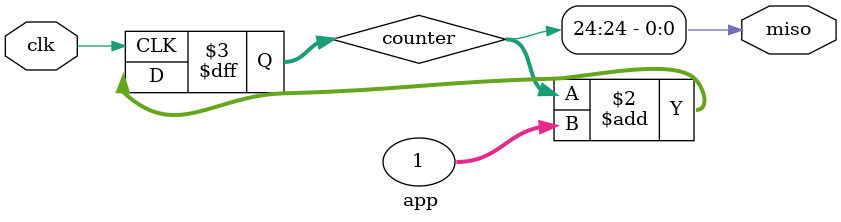
<source format=v>
module app (
    input wire clk,
    output wire miso
);

reg [32:0] counter;
assign miso = counter[24];

always @(posedge clk) begin
    counter <= counter + 1;
end

endmodule

</source>
